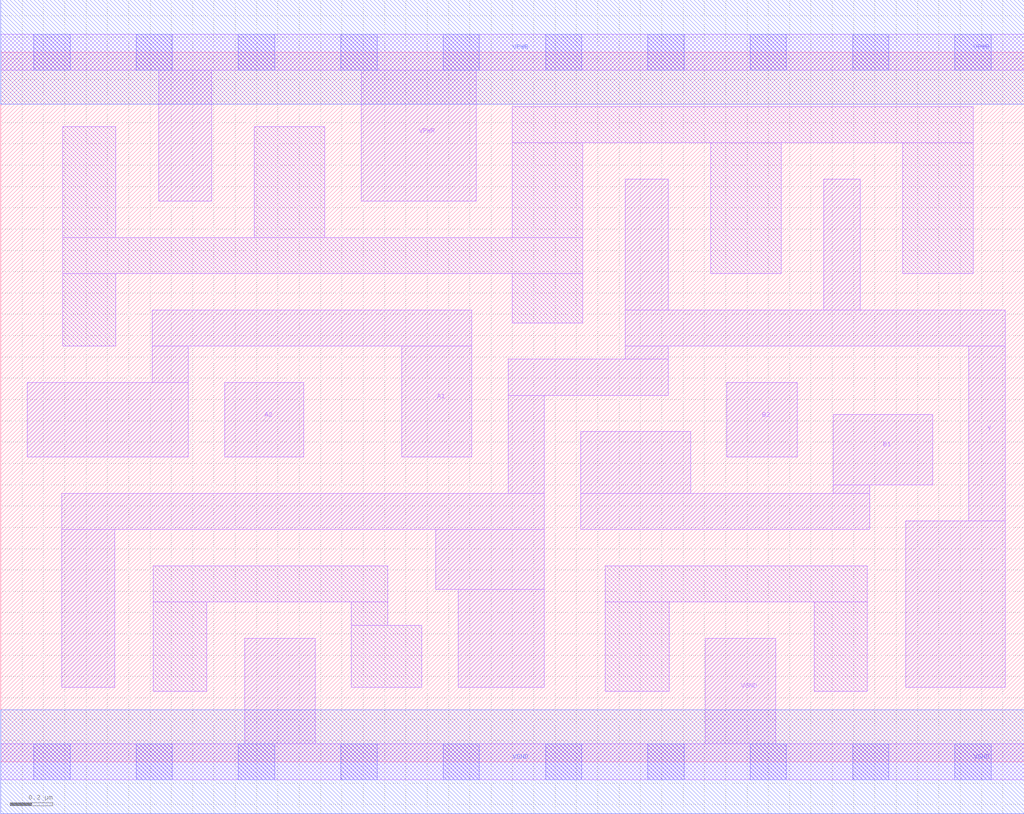
<source format=lef>
# Copyright 2020 The SkyWater PDK Authors
#
# Licensed under the Apache License, Version 2.0 (the "License");
# you may not use this file except in compliance with the License.
# You may obtain a copy of the License at
#
#     https://www.apache.org/licenses/LICENSE-2.0
#
# Unless required by applicable law or agreed to in writing, software
# distributed under the License is distributed on an "AS IS" BASIS,
# WITHOUT WARRANTIES OR CONDITIONS OF ANY KIND, either express or implied.
# See the License for the specific language governing permissions and
# limitations under the License.
#
# SPDX-License-Identifier: Apache-2.0

VERSION 5.7 ;
  NAMESCASESENSITIVE ON ;
  NOWIREEXTENSIONATPIN ON ;
  DIVIDERCHAR "/" ;
  BUSBITCHARS "[]" ;
UNITS
  DATABASE MICRONS 200 ;
END UNITS
MACRO sky130_fd_sc_hs__a22oi_2
  CLASS CORE ;
  SOURCE USER ;
  FOREIGN sky130_fd_sc_hs__a22oi_2 ;
  ORIGIN  0.000000  0.000000 ;
  SIZE  4.800000 BY  3.330000 ;
  SYMMETRY X Y ;
  SITE unit ;
  PIN A1
    ANTENNAGATEAREA  0.558000 ;
    DIRECTION INPUT ;
    USE SIGNAL ;
    PORT
      LAYER li1 ;
        RECT 0.125000 1.430000 0.880000 1.780000 ;
        RECT 0.710000 1.780000 0.880000 1.950000 ;
        RECT 0.710000 1.950000 2.210000 2.120000 ;
        RECT 1.880000 1.430000 2.210000 1.950000 ;
    END
  END A1
  PIN A2
    ANTENNAGATEAREA  0.558000 ;
    DIRECTION INPUT ;
    USE SIGNAL ;
    PORT
      LAYER li1 ;
        RECT 1.050000 1.430000 1.420000 1.780000 ;
    END
  END A2
  PIN B1
    ANTENNAGATEAREA  0.558000 ;
    DIRECTION INPUT ;
    USE SIGNAL ;
    PORT
      LAYER li1 ;
        RECT 2.720000 1.090000 4.075000 1.260000 ;
        RECT 2.720000 1.260000 3.235000 1.550000 ;
        RECT 3.905000 1.260000 4.075000 1.300000 ;
        RECT 3.905000 1.300000 4.370000 1.630000 ;
    END
  END B1
  PIN B2
    ANTENNAGATEAREA  0.558000 ;
    DIRECTION INPUT ;
    USE SIGNAL ;
    PORT
      LAYER li1 ;
        RECT 3.405000 1.430000 3.735000 1.780000 ;
    END
  END B2
  PIN Y
    ANTENNADIFFAREA  1.497400 ;
    DIRECTION OUTPUT ;
    USE SIGNAL ;
    PORT
      LAYER li1 ;
        RECT 0.285000 0.350000 0.535000 1.090000 ;
        RECT 0.285000 1.090000 2.550000 1.260000 ;
        RECT 2.040000 0.810000 2.550000 1.090000 ;
        RECT 2.145000 0.350000 2.550000 0.810000 ;
        RECT 2.380000 1.260000 2.550000 1.720000 ;
        RECT 2.380000 1.720000 3.130000 1.890000 ;
        RECT 2.930000 1.890000 3.130000 1.950000 ;
        RECT 2.930000 1.950000 4.710000 2.120000 ;
        RECT 2.930000 2.120000 3.130000 2.735000 ;
        RECT 3.860000 2.120000 4.030000 2.735000 ;
        RECT 4.245000 0.350000 4.710000 1.130000 ;
        RECT 4.540000 1.130000 4.710000 1.950000 ;
    END
  END Y
  PIN VGND
    DIRECTION INOUT ;
    USE GROUND ;
    PORT
      LAYER li1 ;
        RECT 0.000000 -0.085000 4.800000 0.085000 ;
        RECT 1.145000  0.085000 1.475000 0.580000 ;
        RECT 3.305000  0.085000 3.635000 0.580000 ;
      LAYER mcon ;
        RECT 0.155000 -0.085000 0.325000 0.085000 ;
        RECT 0.635000 -0.085000 0.805000 0.085000 ;
        RECT 1.115000 -0.085000 1.285000 0.085000 ;
        RECT 1.595000 -0.085000 1.765000 0.085000 ;
        RECT 2.075000 -0.085000 2.245000 0.085000 ;
        RECT 2.555000 -0.085000 2.725000 0.085000 ;
        RECT 3.035000 -0.085000 3.205000 0.085000 ;
        RECT 3.515000 -0.085000 3.685000 0.085000 ;
        RECT 3.995000 -0.085000 4.165000 0.085000 ;
        RECT 4.475000 -0.085000 4.645000 0.085000 ;
      LAYER met1 ;
        RECT 0.000000 -0.245000 4.800000 0.245000 ;
    END
  END VGND
  PIN VPWR
    DIRECTION INOUT ;
    USE POWER ;
    PORT
      LAYER li1 ;
        RECT 0.000000 3.245000 4.800000 3.415000 ;
        RECT 0.740000 2.630000 0.990000 3.245000 ;
        RECT 1.690000 2.630000 2.230000 3.245000 ;
      LAYER mcon ;
        RECT 0.155000 3.245000 0.325000 3.415000 ;
        RECT 0.635000 3.245000 0.805000 3.415000 ;
        RECT 1.115000 3.245000 1.285000 3.415000 ;
        RECT 1.595000 3.245000 1.765000 3.415000 ;
        RECT 2.075000 3.245000 2.245000 3.415000 ;
        RECT 2.555000 3.245000 2.725000 3.415000 ;
        RECT 3.035000 3.245000 3.205000 3.415000 ;
        RECT 3.515000 3.245000 3.685000 3.415000 ;
        RECT 3.995000 3.245000 4.165000 3.415000 ;
        RECT 4.475000 3.245000 4.645000 3.415000 ;
      LAYER met1 ;
        RECT 0.000000 3.085000 4.800000 3.575000 ;
    END
  END VPWR
  OBS
    LAYER li1 ;
      RECT 0.290000 1.950000 0.540000 2.290000 ;
      RECT 0.290000 2.290000 2.730000 2.460000 ;
      RECT 0.290000 2.460000 0.540000 2.980000 ;
      RECT 0.715000 0.330000 0.965000 0.750000 ;
      RECT 0.715000 0.750000 1.815000 0.920000 ;
      RECT 1.190000 2.460000 1.520000 2.980000 ;
      RECT 1.645000 0.350000 1.975000 0.640000 ;
      RECT 1.645000 0.640000 1.815000 0.750000 ;
      RECT 2.400000 2.060000 2.730000 2.290000 ;
      RECT 2.400000 2.460000 2.730000 2.905000 ;
      RECT 2.400000 2.905000 4.560000 3.075000 ;
      RECT 2.835000 0.330000 3.135000 0.750000 ;
      RECT 2.835000 0.750000 4.065000 0.920000 ;
      RECT 3.330000 2.290000 3.660000 2.905000 ;
      RECT 3.815000 0.330000 4.065000 0.750000 ;
      RECT 4.230000 2.290000 4.560000 2.905000 ;
  END
END sky130_fd_sc_hs__a22oi_2

</source>
